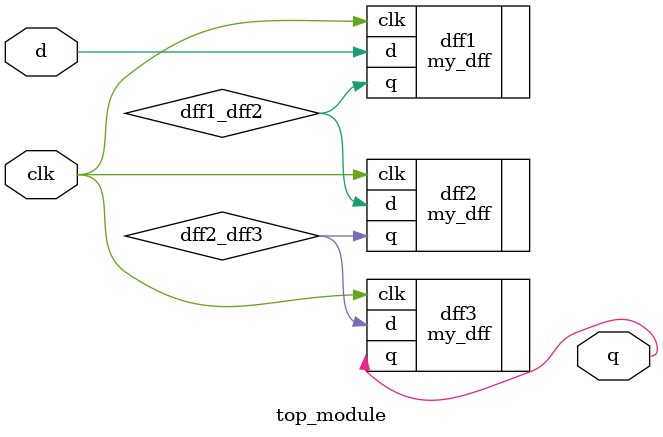
<source format=v>
module top_module ( input clk, input d, output q );
    wire dff1_dff2, dff2_dff3;
    my_dff dff1(
        .clk(clk),
        .d(d),
        .q(dff1_dff2)
    );
    
    my_dff dff2(
        .clk(clk),
        .d(dff1_dff2),
        .q(dff2_dff3)
    );
    
    my_dff dff3(
        .clk(clk),
        .d(dff2_dff3),
        .q(q)
    );
endmodule

</source>
